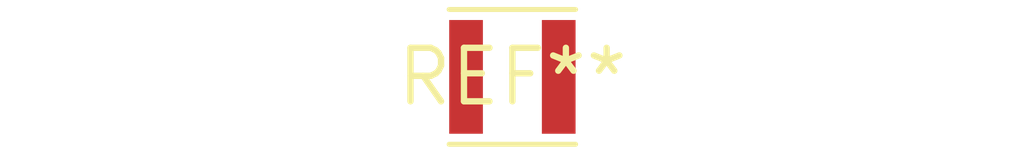
<source format=kicad_pcb>
(kicad_pcb (version 20240108) (generator pcbnew)
  (layers (0 "F.Cu" signal) (31 "B.Cu" signal) (34 "B.Paste" user) (35 "F.Paste" user) (36 "B.SilkS" user "B.Silkscreen") (37 "F.SilkS" user "F.Silkscreen") (38 "B.Mask" user) (39 "F.Mask" user) (44 "Edge.Cuts" user))
  (net 0 "")
  (footprint "L_Taiyo-Yuden_MD-3030" (layer "F.Cu") (at 0 0)
    (property "Reference" "REF**")
    (property "Value" "L_Taiyo-Yuden_MD-3030")
    (fp_line (start -1.5 -1.6) (end 1.5 -1.6) (layer "F.SilkS") (stroke (width 0.12)))
    (fp_line (start -1.5 1.6) (end 1.5 1.6) (layer "F.SilkS") (stroke (width 0.12)))
    (pad "1" smd rect (at -1.1 0) (size 0.8 2.7) (layers "F.Cu" "F.Paste" "F.Mask"))
    (pad "2" smd rect (at 1.1 0) (size 0.8 2.7) (layers "F.Cu" "F.Paste" "F.Mask"))
  )
)
</source>
